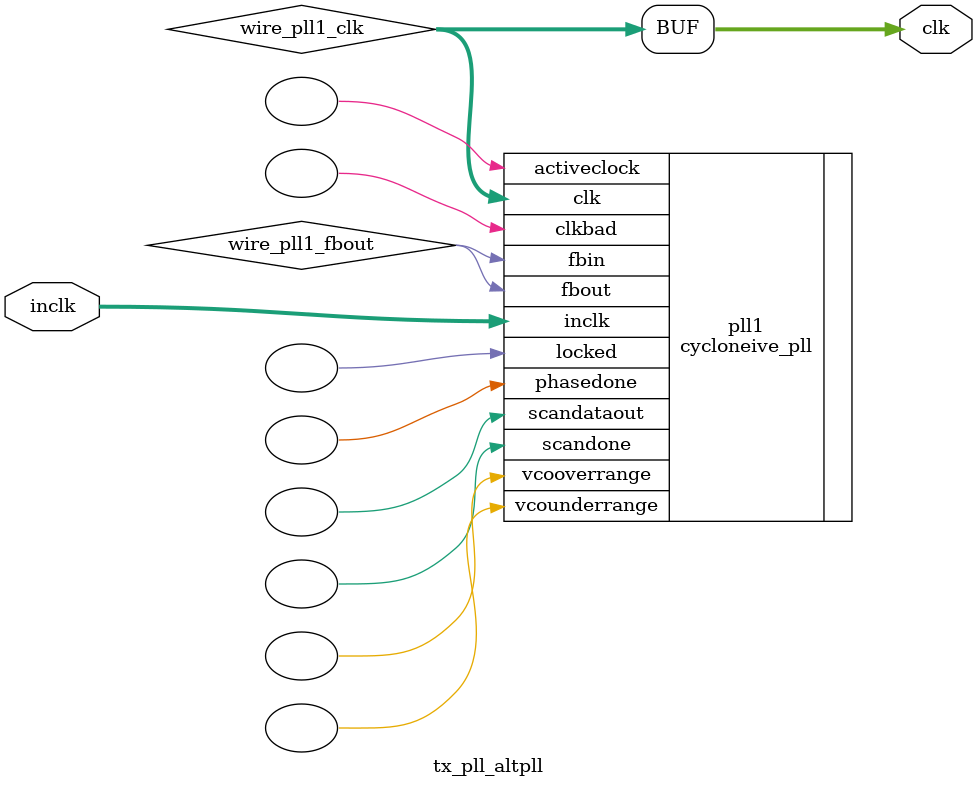
<source format=v>






//synthesis_resources = cycloneive_pll 1 
//synopsys translate_off
`timescale 1 ps / 1 ps
//synopsys translate_on
module  tx_pll_altpll
	( 
	clk,
	inclk) /* synthesis synthesis_clearbox=1 */;
	output   [4:0]  clk;
	input   [1:0]  inclk;
`ifndef ALTERA_RESERVED_QIS
// synopsys translate_off
`endif
	tri0   [1:0]  inclk;
`ifndef ALTERA_RESERVED_QIS
// synopsys translate_on
`endif

	wire  [4:0]   wire_pll1_clk;
	wire  wire_pll1_fbout;

	cycloneive_pll   pll1
	( 
	.activeclock(),
	.clk(wire_pll1_clk),
	.clkbad(),
	.fbin(wire_pll1_fbout),
	.fbout(wire_pll1_fbout),
	.inclk(inclk),
	.locked(),
	.phasedone(),
	.scandataout(),
	.scandone(),
	.vcooverrange(),
	.vcounderrange()
	`ifndef FORMAL_VERIFICATION
	// synopsys translate_off
	`endif
	,
	.areset(1'b0),
	.clkswitch(1'b0),
	.configupdate(1'b0),
	.pfdena(1'b1),
	.phasecounterselect({3{1'b0}}),
	.phasestep(1'b0),
	.phaseupdown(1'b0),
	.scanclk(1'b0),
	.scanclkena(1'b1),
	.scandata(1'b0)
	`ifndef FORMAL_VERIFICATION
	// synopsys translate_on
	`endif
	);
	defparam
		pll1.bandwidth_type = "auto",
		pll1.clk0_divide_by = 2,
		pll1.clk0_duty_cycle = 50,
		pll1.clk0_multiply_by = 5,
		pll1.clk0_phase_shift = "0",
		pll1.compensate_clock = "clk0",
		pll1.inclk0_input_frequency = 16276,
		pll1.operation_mode = "normal",
		pll1.pll_type = "auto",
		pll1.lpm_type = "cycloneive_pll";
	assign
		clk = {wire_pll1_clk[4:0]};
endmodule //tx_pll_altpll
//VALID FILE

</source>
